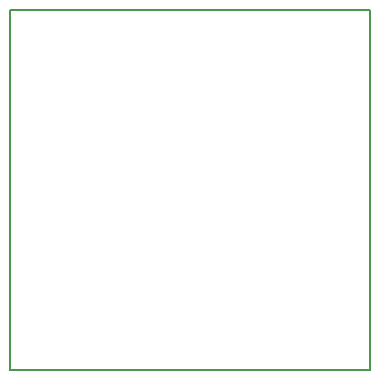
<source format=gbr>
G04 #@! TF.FileFunction,Profile,NP*
%FSLAX46Y46*%
G04 Gerber Fmt 4.6, Leading zero omitted, Abs format (unit mm)*
G04 Created by KiCad (PCBNEW 4.0.2-stable) date 2016/08/01 19:56:50*
%MOMM*%
G01*
G04 APERTURE LIST*
%ADD10C,0.100000*%
%ADD11C,0.150000*%
G04 APERTURE END LIST*
D10*
D11*
X101600000Y-67310000D02*
X132080000Y-67310000D01*
X101600000Y-97790000D02*
X101600000Y-67310000D01*
X132080000Y-97790000D02*
X101600000Y-97790000D01*
X132080000Y-67310000D02*
X132080000Y-97790000D01*
M02*

</source>
